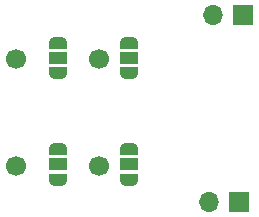
<source format=gbs>
G04 #@! TF.GenerationSoftware,KiCad,Pcbnew,8.0.1*
G04 #@! TF.CreationDate,2024-03-31T17:01:24-05:00*
G04 #@! TF.ProjectId,minimidi_v1,6d696e69-6d69-4646-995f-76312e6b6963,rev?*
G04 #@! TF.SameCoordinates,Original*
G04 #@! TF.FileFunction,Soldermask,Bot*
G04 #@! TF.FilePolarity,Negative*
%FSLAX46Y46*%
G04 Gerber Fmt 4.6, Leading zero omitted, Abs format (unit mm)*
G04 Created by KiCad (PCBNEW 8.0.1) date 2024-03-31 17:01:24*
%MOMM*%
%LPD*%
G01*
G04 APERTURE LIST*
G04 Aperture macros list*
%AMFreePoly0*
4,1,19,0.550000,-0.750000,0.000000,-0.750000,0.000000,-0.744911,-0.071157,-0.744911,-0.207708,-0.704816,-0.327430,-0.627875,-0.420627,-0.520320,-0.479746,-0.390866,-0.500000,-0.250000,-0.500000,0.250000,-0.479746,0.390866,-0.420627,0.520320,-0.327430,0.627875,-0.207708,0.704816,-0.071157,0.744911,0.000000,0.744911,0.000000,0.750000,0.550000,0.750000,0.550000,-0.750000,0.550000,-0.750000,
$1*%
%AMFreePoly1*
4,1,19,0.000000,0.744911,0.071157,0.744911,0.207708,0.704816,0.327430,0.627875,0.420627,0.520320,0.479746,0.390866,0.500000,0.250000,0.500000,-0.250000,0.479746,-0.390866,0.420627,-0.520320,0.327430,-0.627875,0.207708,-0.704816,0.071157,-0.744911,0.000000,-0.744911,0.000000,-0.750000,-0.550000,-0.750000,-0.550000,0.750000,0.000000,0.750000,0.000000,0.744911,0.000000,0.744911,
$1*%
G04 Aperture macros list end*
%ADD10C,1.700000*%
%ADD11R,1.700000X1.700000*%
%ADD12O,1.700000X1.700000*%
%ADD13FreePoly0,270.000000*%
%ADD14R,1.500000X1.000000*%
%ADD15FreePoly1,270.000000*%
G04 APERTURE END LIST*
D10*
X126468098Y-89600000D03*
X133468098Y-89600000D03*
X126468098Y-98600000D03*
X133468098Y-98600000D03*
D11*
X145635686Y-85882340D03*
D12*
X143095686Y-85882340D03*
D11*
X145294475Y-101670687D03*
D12*
X142754475Y-101670687D03*
D13*
X130000000Y-97200000D03*
D14*
X130000000Y-98500000D03*
D15*
X130000000Y-99800000D03*
D13*
X136000000Y-88200000D03*
D14*
X136000000Y-89500000D03*
D15*
X136000000Y-90800000D03*
D13*
X136000000Y-97200000D03*
D14*
X136000000Y-98500000D03*
D15*
X136000000Y-99800000D03*
D13*
X130000000Y-88200000D03*
D14*
X130000000Y-89500000D03*
D15*
X130000000Y-90800000D03*
M02*

</source>
